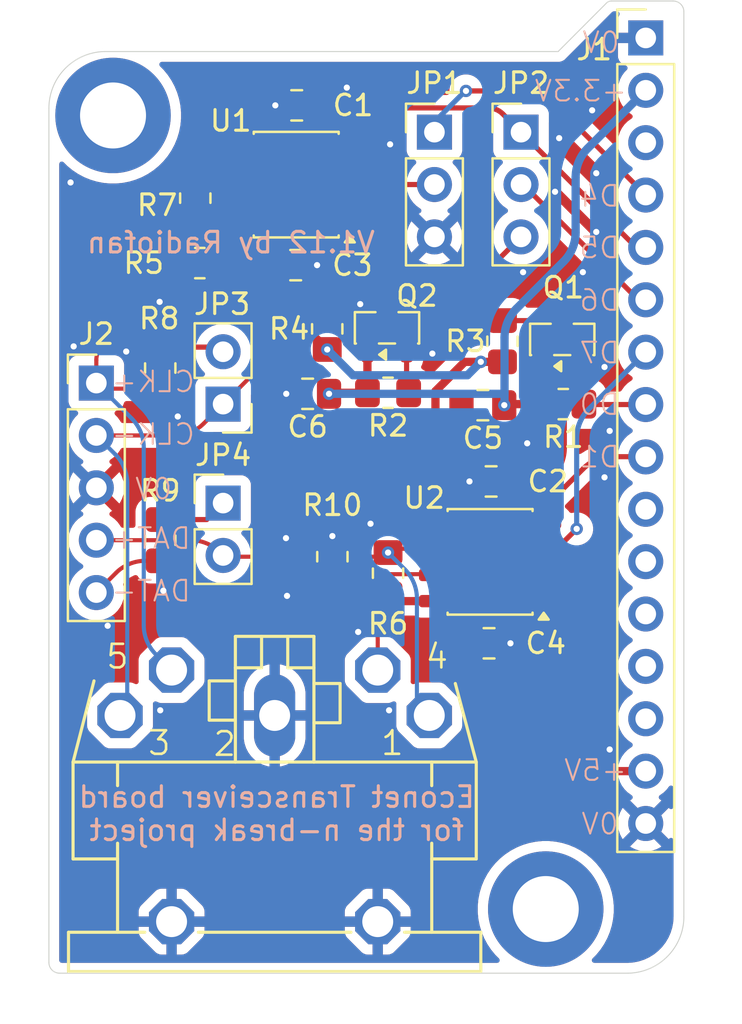
<source format=kicad_pcb>
(kicad_pcb (version 20241229) (generator "pcbnew") (generator_version "9.0")
  (layers (0 "F.Cu" signal) (2 "B.Cu" signal) (13 "F.Paste" user) (15 "B.Paste" user) (5 "F.SilkS" user "F.Silkscreen") (7 "B.SilkS" user "B.Silkscreen") (1 "F.Mask" user) (3 "B.Mask" user) (25 "Edge.Cuts" user))
  (net 0 "")
  (net 1 "GND")
  (net 2 "+5V")
  (net 3 "/IO0_Data_In")
  (net 6 "+3.3V")
  (net 7 "/IO4_Clock_OE")
  (net 8 "/IO7_Data_OE")
  (net 9 "/IO1_Data_Out")
  (net 10 "/IO6_Clock_In")
  (net 13 "/IO5_Clock_Out")
  (net 14 "Net-(JP1-C)")
  (net 15 "Net-(JP2-B)")
  (net 16 "Net-(JP3-B)")
  (net 17 "Net-(JP4-A)")
  (net 18 "Net-(Q1-D)")
  (net 19 "Net-(Q2-D)")
  (net 20 "/Data+")
  (net 21 "/Clk-")
  (net 22 "/Clk+")
  (net 23 "/Data-")
  (footprint "Capacitor_SMD:C_0805_2012Metric_Pad1.18x1.45mm_HandSolder" (layer "F.Cu") (at 94.9 60.2 180)
    (property "Reference" "C4" (at -2.75 0 0) (layer "F.SilkS"))
    (property "Value" "4.7uF")
    (pad "1" smd roundrect (at -1.0375 0 180) (size 1.175 1.45) (layers "F.Cu" "F.Mask" "F.Paste") (roundrect_rratio 0.212766) (net 1 "GND"))
    (pad "2" smd roundrect (at 1.0375 0 180) (size 1.175 1.45) (layers "F.Cu" "F.Mask" "F.Paste") (roundrect_rratio 0.212766) (net 2 "+5V"))
  )
  (footprint "Resistor_SMD:R_0805_2012Metric_Pad1.20x1.40mm_HandSolder" (layer "F.Cu") (at 95.55 45.55 90)
    (property "Reference" "R3" (at 0 -1.8 180) (layer "F.SilkS"))
    (property "Value" "10K")
    (pad "1" smd roundrect (at -1 0 90) (size 1.2 1.4) (layers "F.Cu" "F.Mask" "F.Paste") (roundrect_rratio 0.208333) (net 2 "+5V"))
    (pad "2" smd roundrect (at 1 0 90) (size 1.2 1.4) (layers "F.Cu" "F.Mask" "F.Paste") (roundrect_rratio 0.208333) (net 18 "Net-(Q1-D)"))
  )
  (footprint "Connector_PinHeader_2.54mm:PinHeader_1x05_P2.54mm_Vertical" (layer "F.Cu") (at 75.85 47.58)
    (property "Reference" "J2" (at 0 -2.38 0) (layer "F.SilkS"))
    (property "Value" "Conn_01x05")
    (pad "1" thru_hole rect (at 0 0) (size 1.7 1.7) (drill 1) (layers "*.Cu" "*.Mask") (net 22 "/Clk+"))
    (pad "2" thru_hole circle (at 0 2.54) (size 1.7 1.7) (drill 1) (layers "*.Cu" "*.Mask") (net 21 "/Clk-"))
    (pad "3" thru_hole circle (at 0 5.08) (size 1.7 1.7) (drill 1) (layers "*.Cu" "*.Mask") (net 1 "GND"))
    (pad "4" thru_hole circle (at 0 7.62) (size 1.7 1.7) (drill 1) (layers "*.Cu" "*.Mask") (net 20 "/Data+"))
    (pad "5" thru_hole circle (at 0 10.16) (size 1.7 1.7) (drill 1) (layers "*.Cu" "*.Mask") (net 23 "/Data-"))
  )
  (footprint "Resistor_SMD:R_0805_2012Metric_Pad1.20x1.40mm_HandSolder" (layer "F.Cu") (at 78.95 55.2 -90)
    (property "Reference" "R9" (at -2.4 0 180) (layer "F.SilkS"))
    (property "Value" "120R")
    (pad "1" smd roundrect (at -1 0 270) (size 1.2 1.4) (layers "F.Cu" "F.Mask" "F.Paste") (roundrect_rratio 0.208333) (net 17 "Net-(JP4-A)"))
    (pad "2" smd roundrect (at 1 0 270) (size 1.2 1.4) (layers "F.Cu" "F.Mask" "F.Paste") (roundrect_rratio 0.208333) (net 23 "/Data-"))
  )
  (footprint "Capacitor_SMD:C_0805_2012Metric_Pad1.18x1.45mm_HandSolder" (layer "F.Cu") (at 94.6 48.65)
    (property "Reference" "C5" (at 0 1.6 0) (layer "F.SilkS"))
    (property "Value" "0.47uF")
    (pad "1" smd roundrect (at -1.0375 0) (size 1.175 1.45) (layers "F.Cu" "F.Mask" "F.Paste") (roundrect_rratio 0.212766) (net 1 "GND"))
    (pad "2" smd roundrect (at 1.0375 0) (size 1.175 1.45) (layers "F.Cu" "F.Mask" "F.Paste") (roundrect_rratio 0.212766) (net 6 "+3.3V"))
  )
  (footprint "Capacitor_SMD:C_0805_2012Metric_Pad1.18x1.45mm_HandSolder" (layer "F.Cu") (at 85.52 41.86 180)
    (property "Reference" "C3" (at -2.75 0 0) (layer "F.SilkS"))
    (property "Value" "4.7uF")
    (pad "1" smd roundrect (at -1.0375 0 180) (size 1.175 1.45) (layers "F.Cu" "F.Mask" "F.Paste") (roundrect_rratio 0.212766) (net 1 "GND"))
    (pad "2" smd roundrect (at 1.0375 0 180) (size 1.175 1.45) (layers "F.Cu" "F.Mask" "F.Paste") (roundrect_rratio 0.212766) (net 2 "+5V"))
  )
  (footprint "MyFootprints:MidiConnector" (layer "F.Cu") (at 84.5 76.2)
    (property "Reference" "SV1" (hide yes))
    (property "Value" "MidiJack")
    (fp_text user "4" (at 7.239 -14.685 0) (layer "F.SilkS") (effects (font (size 1.143 1.143) (thickness 0.127)) (justify left bottom)))
    (fp_text user "2" (at -3.05 -10.45 0) (layer "F.SilkS") (effects (font (size 1.143 1.143) (thickness 0.127)) (justify left bottom)))
    (fp_text user "1" (at 5.08 -10.494 0) (layer "F.SilkS") (effects (font (size 1.143 1.143) (thickness 0.127)) (justify left bottom)))
    (fp_text user "5" (at -8.255 -14.685 0) (layer "F.SilkS") (effects (font (size 1.143 1.143) (thickness 0.127)) (justify left bottom)))
    (fp_text user "3" (at -6.223 -10.494 0) (layer "F.SilkS") (effects (font (size 1.143 1.143) (thickness 0.127)) (justify left bottom)))
    (pad "1" thru_hole roundrect (at 7.5 -12.5) (size 2.2 2.2) (drill 1.5) (layers "*.Cu" "*.Mask") (chamfer_ratio 0.2928932188) (chamfer top_left top_right bottom_left bottom_right) (net 20 "/Data+"))
    (pad "2" thru_hole oval (at 0 -12.5 90) (size 4 2) (drill 1.5) (layers "*.Cu" "*.Mask") (net 1 "GND"))
    (pad "3" thru_hole roundrect (at -7.5 -12.5) (size 2.2 2.2) (drill 1.5) (layers "*.Cu" "*.Mask") (chamfer_ratio 0.2928932188) (chamfer top_left top_right bottom_left bottom_right) (net 21 "/Clk-"))
    (pad "4" thru_hole roundrect (at 5 -14.7) (size 2.2 2.2) (drill 1.5) (layers "*.Cu" "*.Mask") (chamfer_ratio 0.2928932188) (chamfer top_left top_right bottom_left bottom_right) (net 23 "/Data-"))
    (pad "5" thru_hole roundrect (at -5 -14.7) (size 2.2 2.2) (drill 1.5) (layers "*.Cu" "*.Mask") (chamfer_ratio 0.2928932188) (chamfer top_left top_right bottom_left bottom_right) (net 22 "/Clk+"))
    (pad "PE1" thru_hole roundrect (at -5 -2.5) (size 2.2 2.2) (drill 1.5) (layers "*.Cu" "*.Mask") (chamfer_ratio 0.2928932188) (chamfer top_left top_right bottom_left bottom_right) (net 1 "GND"))
    (pad "PE2" thru_hole roundrect (at 5 -2.5) (size 2.2 2.2) (drill 1.5) (layers "*.Cu" "*.Mask") (chamfer_ratio 0.2928932188) (chamfer top_left top_right bottom_left bottom_right) (net 1 "GND"))
  )
  (footprint "Package_TO_SOT_SMD:SOT-23" (layer "F.Cu") (at 89.95 44.9 90)
    (property "Reference" "Q2" (at 1.55 1.45 180) (layer "F.SilkS"))
    (property "Value" "BSS138")
    (pad "1" smd roundrect (at -0.9375 -0.95 90) (size 1.475 0.6) (layers "F.Cu" "F.Mask" "F.Paste") (net 6 "+3.3V"))
    (pad "2" smd roundrect (at -0.9375 0.95 90) (size 1.475 0.6) (layers "F.Cu" "F.Mask" "F.Paste") (net 15 "Net-(JP2-B)"))
    (pad "3" smd roundrect (at 0.937501 0 90) (size 1.475 0.6) (layers "F.Cu" "F.Mask" "F.Paste") (net 19 "Net-(Q2-D)"))
  )
  (footprint "Connector_PinHeader_2.54mm:PinHeader_1x03_P2.54mm_Vertical" (layer "F.Cu") (at 96.45 35.41)
    (property "Reference" "JP2" (at 0 -2.38 0) (layer "F.SilkS"))
    (property "Value" "Jumper_3_Open")
    (pad "1" thru_hole rect (at 0 0) (size 1.7 1.7) (drill 1) (layers "*.Cu" "*.Mask") (net 13 "/IO5_Clock_Out"))
    (pad "2" thru_hole circle (at 0 2.54) (size 1.7 1.7) (drill 1) (layers "*.Cu" "*.Mask") (net 10 "/IO6_Clock_In"))
    (pad "3" thru_hole circle (at 0 5.08) (size 1.7 1.7) (drill 1) (layers "*.Cu" "*.Mask") (net 15 "Net-(JP2-B)"))
  )
  (footprint "MountingHole:MountingHole_3.2mm_M3_DIN965_Pad" (layer "F.Cu") (at 97.65 73.09)
    (property "Reference" "REF**" (hide yes))
    (property "Value" "MountingHole_3.2mm_M3_DIN965_Pad" (hide yes))
    (pad "1" thru_hole circle (at 0 0) (size 5.6 5.6) (drill 3.2) (layers "*.Cu" "*.Mask"))
  )
  (footprint "Capacitor_SMD:C_0805_2012Metric_Pad1.18x1.45mm_HandSolder" (layer "F.Cu") (at 95 52.35 180)
    (property "Reference" "C2" (at -2.75 0 0) (layer "F.SilkS"))
    (property "Value" "10uF")
    (pad "1" smd roundrect (at -1.0375 0 180) (size 1.175 1.45) (layers "F.Cu" "F.Mask" "F.Paste") (roundrect_rratio 0.212766) (net 2 "+5V"))
    (pad "2" smd roundrect (at 1.0375 0 180) (size 1.175 1.45) (layers "F.Cu" "F.Mask" "F.Paste") (roundrect_rratio 0.212766) (net 1 "GND"))
  )
  (footprint "Resistor_SMD:R_0805_2012Metric_Pad1.20x1.40mm_HandSolder" (layer "F.Cu") (at 78.95 46.85 90)
    (property "Reference" "R8" (at 2.4 -0.05 180) (layer "F.SilkS"))
    (property "Value" "120R")
    (pad "1" smd roundrect (at -1 0 90) (size 1.2 1.4) (layers "F.Cu" "F.Mask" "F.Paste") (roundrect_rratio 0.208333) (net 22 "/Clk+"))
    (pad "2" smd roundrect (at 1 0 90) (size 1.2 1.4) (layers "F.Cu" "F.Mask" "F.Paste") (roundrect_rratio 0.208333) (net 16 "Net-(JP3-B)"))
  )
  (footprint "Resistor_SMD:R_0805_2012Metric_Pad1.20x1.40mm_HandSolder" (layer "F.Cu") (at 90 56.8 90)
    (property "Reference" "R6" (at -2.45 0 0) (layer "F.SilkS"))
    (property "Value" "1K5")
    (pad "1" smd roundrect (at -1 0 90) (size 1.2 1.4) (layers "F.Cu" "F.Mask" "F.Paste") (roundrect_rratio 0.208333) (net 2 "+5V"))
    (pad "2" smd roundrect (at 1 0 90) (size 1.2 1.4) (layers "F.Cu" "F.Mask" "F.Paste") (roundrect_rratio 0.208333) (net 20 "/Data+"))
  )
  (footprint "Resistor_SMD:R_0805_2012Metric_Pad1.20x1.40mm_HandSolder" (layer "F.Cu") (at 90 48.05)
    (property "Reference" "R2" (at 0 1.6 0) (layer "F.SilkS"))
    (property "Value" "10K")
    (pad "1" smd roundrect (at -1 0) (size 1.2 1.4) (layers "F.Cu" "F.Mask" "F.Paste") (roundrect_rratio 0.208333) (net 6 "+3.3V"))
    (pad "2" smd roundrect (at 1 0) (size 1.2 1.4) (layers "F.Cu" "F.Mask" "F.Paste") (roundrect_rratio 0.208333) (net 15 "Net-(JP2-B)"))
  )
  (footprint "Package_SO:SOIC-8_3.9x4.9mm_P1.27mm" (layer "F.Cu") (at 85.545 37.955 180)
    (property "Reference" "U1" (at 3.175 3.095 0) (layer "F.SilkS"))
    (property "Value" "MAX485E")
    (pad "1" smd roundrect (at -2.475 -1.905 180) (size 1.95 0.6) (layers "F.Cu" "F.Mask" "F.Paste") (net 19 "Net-(Q2-D)"))
    (pad "2" smd roundrect (at -2.475 -0.635 180) (size 1.95 0.6) (layers "F.Cu" "F.Mask" "F.Paste") (net 14 "Net-(JP1-C)"))
    (pad "3" smd roundrect (at -2.475 0.635 180) (size 1.95 0.6) (layers "F.Cu" "F.Mask" "F.Paste") (net 14 "Net-(JP1-C)"))
    (pad "4" smd roundrect (at -2.475 1.905 180) (size 1.95 0.6) (layers "F.Cu" "F.Mask" "F.Paste") (net 13 "/IO5_Clock_Out"))
    (pad "5" smd roundrect (at 2.475 1.905 180) (size 1.95 0.6) (layers "F.Cu" "F.Mask" "F.Paste") (net 1 "GND"))
    (pad "6" smd roundrect (at 2.475 0.635 180) (size 1.95 0.6) (layers "F.Cu" "F.Mask" "F.Paste") (net 22 "/Clk+"))
    (pad "7" smd roundrect (at 2.475 -0.635 180) (size 1.95 0.6) (layers "F.Cu" "F.Mask" "F.Paste") (net 21 "/Clk-"))
    (pad "8" smd roundrect (at 2.475 -1.905 180) (size 1.95 0.6) (layers "F.Cu" "F.Mask" "F.Paste") (net 2 "+5V"))
  )
  (footprint "Capacitor_SMD:C_0805_2012Metric_Pad1.18x1.45mm_HandSolder" (layer "F.Cu") (at 85.57 34.11 180)
    (property "Reference" "C1" (at -2.73 0 0) (layer "F.SilkS"))
    (property "Value" "10uF")
    (pad "1" smd roundrect (at -1.0375 0 180) (size 1.175 1.45) (layers "F.Cu" "F.Mask" "F.Paste") (roundrect_rratio 0.212766) (net 2 "+5V"))
    (pad "2" smd roundrect (at 1.0375 0 180) (size 1.175 1.45) (layers "F.Cu" "F.Mask" "F.Paste") (roundrect_rratio 0.212766) (net 1 "GND"))
  )
  (footprint "Capacitor_SMD:C_0805_2012Metric_Pad1.18x1.45mm_HandSolder" (layer "F.Cu") (at 86.1 48.1)
    (property "Reference" "C6" (at 0 1.6 0) (layer "F.SilkS"))
    (property "Value" "0.47uF")
    (pad "1" smd roundrect (at -1.0375 0) (size 1.175 1.45) (layers "F.Cu" "F.Mask" "F.Paste") (roundrect_rratio 0.212766) (net 1 "GND"))
    (pad "2" smd roundrect (at 1.0375 0) (size 1.175 1.45) (layers "F.Cu" "F.Mask" "F.Paste") (roundrect_rratio 0.212766) (net 6 "+3.3V"))
  )
  (footprint "Connector_PinHeader_2.54mm:PinHeader_1x03_P2.54mm_Vertical" (layer "F.Cu") (at 92.25 35.41)
    (property "Reference" "JP1" (at 0 -2.38 0) (layer "F.SilkS"))
    (property "Value" "Jumper_3_Open")
    (pad "1" thru_hole rect (at 0 0) (size 1.7 1.7) (drill 1) (layers "*.Cu" "*.Mask") (net 7 "/IO4_Clock_OE"))
    (pad "2" thru_hole circle (at 0 2.54) (size 1.7 1.7) (drill 1) (layers "*.Cu" "*.Mask") (net 14 "Net-(JP1-C)"))
    (pad "3" thru_hole circle (at 0 5.08) (size 1.7 1.7) (drill 1) (layers "*.Cu" "*.Mask") (net 1 "GND"))
  )
  (footprint "Connector_PinHeader_2.54mm:PinHeader_1x16_P2.54mm_Vertical" (layer "F.Cu") (at 102.5 30.84)
    (property "Reference" "J1" (at -2.5 0.56 0) (layer "F.SilkS"))
    (property "Value" "Conn_01x16")
    (pad "1" thru_hole rect (at 0 0) (size 1.7 1.7) (drill 1) (layers "*.Cu" "*.Mask") (net 1 "GND"))
    (pad "2" thru_hole circle (at 0 2.54) (size 1.7 1.7) (drill 1) (layers "*.Cu" "*.Mask") (net 6 "+3.3V"))
    (pad "3" thru_hole circle (at 0 5.08) (size 1.7 1.7) (drill 1) (layers "*.Cu" "*.Mask"))
    (pad "4" thru_hole circle (at 0 7.62) (size 1.7 1.7) (drill 1) (layers "*.Cu" "*.Mask") (net 7 "/IO4_Clock_OE"))
    (pad "5" thru_hole circle (at 0 10.16) (size 1.7 1.7) (drill 1) (layers "*.Cu" "*.Mask") (net 13 "/IO5_Clock_Out"))
    (pad "6" thru_hole circle (at 0 12.7) (size 1.7 1.7) (drill 1) (layers "*.Cu" "*.Mask") (net 10 "/IO6_Clock_In"))
    (pad "7" thru_hole circle (at 0 15.24) (size 1.7 1.7) (drill 1) (layers "*.Cu" "*.Mask") (net 8 "/IO7_Data_OE"))
    (pad "8" thru_hole circle (at 0 17.78) (size 1.7 1.7) (drill 1) (layers "*.Cu" "*.Mask") (net 3 "/IO0_Data_In"))
    (pad "9" thru_hole circle (at 0 20.32) (size 1.7 1.7) (drill 1) (layers "*.Cu" "*.Mask") (net 9 "/IO1_Data_Out"))
    (pad "10" thru_hole circle (at 0 22.86) (size 1.7 1.7) (drill 1) (layers "*.Cu" "*.Mask"))
    (pad "11" thru_hole circle (at 0 25.4) (size 1.7 1.7) (drill 1) (layers "*.Cu" "*.Mask"))
    (pad "12" thru_hole circle (at 0 27.94) (size 1.7 1.7) (drill 1) (layers "*.Cu" "*.Mask"))
    (pad "13" thru_hole circle (at 0 30.48) (size 1.7 1.7) (drill 1) (layers "*.Cu" "*.Mask"))
    (pad "14" thru_hole circle (at 0 33.02) (size 1.7 1.7) (drill 1) (layers "*.Cu" "*.Mask"))
    (pad "15" thru_hole circle (at 0 35.56) (size 1.7 1.7) (drill 1) (layers "*.Cu" "*.Mask") (net 2 "+5V"))
    (pad "16" thru_hole circle (at 0 38.1) (size 1.7 1.7) (drill 1) (layers "*.Cu" "*.Mask") (net 1 "GND"))
  )
  (footprint "Connector_PinHeader_2.54mm:PinHeader_1x02_P2.54mm_Vertical" (layer "F.Cu") (at 82 48.6 180)
    (property "Reference" "JP3" (at 0.05 4.85 0) (layer "F.SilkS"))
    (property "Value" "Jumper_2_Open")
    (pad "1" thru_hole rect (at 0 0 180) (size 1.7 1.7) (drill 1) (layers "*.Cu" "*.Mask") (net 21 "/Clk-"))
    (pad "2" thru_hole circle (at 0 2.54 180) (size 1.7 1.7) (drill 1) (layers "*.Cu" "*.Mask") (net 16 "Net-(JP3-B)"))
  )
  (footprint "Package_SO:SOIC-8_3.9x4.9mm_P1.27mm" (layer "F.Cu") (at 94.95 56.25 180)
    (property "Reference" "U2" (at 3.2 3.1 0) (layer "F.SilkS"))
    (property "Value" "MAX485E")
    (pad "1" smd roundrect (at -2.475 -1.905 180) (size 1.95 0.6) (layers "F.Cu" "F.Mask" "F.Paste") (net 18 "Net-(Q1-D)"))
    (pad "2" smd roundrect (at -2.475 -0.635 180) (size 1.95 0.6) (layers "F.Cu" "F.Mask" "F.Paste") (net 8 "/IO7_Data_OE"))
    (pad "3" smd roundrect (at -2.475 0.635 180) (size 1.95 0.6) (layers "F.Cu" "F.Mask" "F.Paste") (net 8 "/IO7_Data_OE"))
    (pad "4" smd roundrect (at -2.475 1.905 180) (size 1.95 0.6) (layers "F.Cu" "F.Mask" "F.Paste") (net 9 "/IO1_Data_Out"))
    (pad "5" smd roundrect (at 2.475 1.905 180) (size 1.95 0.6) (layers "F.Cu" "F.Mask" "F.Paste") (net 1 "GND"))
    (pad "6" smd roundrect (at 2.475 0.635 180) (size 1.95 0.6) (layers "F.Cu" "F.Mask" "F.Paste") (net 20 "/Data+"))
    (pad "7" smd roundrect (at 2.475 -0.635 180) (size 1.95 0.6) (layers "F.Cu" "F.Mask" "F.Paste") (net 23 "/Data-"))
    (pad "8" smd roundrect (at 2.475 -1.905 180) (size 1.95 0.6) (layers "F.Cu" "F.Mask" "F.Paste") (net 2 "+5V"))
  )
  (footprint "Package_TO_SOT_SMD:SOT-23" (layer "F.Cu") (at 98.45 45.4625 90)
    (property "Reference" "Q1" (at 2.5125 0.05 180) (layer "F.SilkS"))
    (property "Value" "BSS138")
    (pad "1" smd roundrect (at -0.9375 -0.95 90) (size 1.475 0.6) (layers "F.Cu" "F.Mask" "F.Paste") (net 6 "+3.3V"))
    (pad "2" smd roundrect (at -0.9375 0.95 90) (size 1.475 0.6) (layers "F.Cu" "F.Mask" "F.Paste") (net 3 "/IO0_Data_In"))
    (pad "3" smd roundrect (at 0.937501 0 90) (size 1.475 0.6) (layers "F.Cu" "F.Mask" "F.Paste") (net 18 "Net-(Q1-D)"))
  )
  (footprint "Resistor_SMD:R_0805_2012Metric_Pad1.20x1.40mm_HandSolder" (layer "F.Cu") (at 87.3 56 90)
    (property "Reference" "R10" (at 2.5 0 0) (layer "F.SilkS"))
    (property "Value" "1K0")
    (pad "1" smd roundrect (at -1 0 90) (size 1.2 1.4) (layers "F.Cu" "F.Mask" "F.Paste") (roundrect_rratio 0.208333) (net 23 "/Data-"))
    (pad "2" smd roundrect (at 1 0 90) (size 1.2 1.4) (layers "F.Cu" "F.Mask" "F.Paste") (roundrect_rratio 0.208333) (net 1 "GND"))
  )
  (footprint "Resistor_SMD:R_0805_2012Metric_Pad1.20x1.40mm_HandSolder" (layer "F.Cu") (at 98.5 48.6)
    (property "Reference" "R1" (at 0 1.6 0) (layer "F.SilkS"))
    (property "Value" "10K")
    (pad "1" smd roundrect (at -1 0) (size 1.2 1.4) (layers "F.Cu" "F.Mask" "F.Paste") (roundrect_rratio 0.208333) (net 6 "+3.3V"))
    (pad "2" smd roundrect (at 1 0) (size 1.2 1.4) (layers "F.Cu" "F.Mask" "F.Paste") (roundrect_rratio 0.208333) (net 3 "/IO0_Data_In"))
  )
  (footprint "Resistor_SMD:R_0805_2012Metric_Pad1.20x1.40mm_HandSolder" (layer "F.Cu") (at 87.05 44.95 90)
    (property "Reference" "R4" (at 0 -1.85 180) (layer "F.SilkS"))
    (property "Value" "10K")
    (pad "1" smd roundrect (at -1 0 90) (size 1.2 1.4) (layers "F.Cu" "F.Mask" "F.Paste") (roundrect_rratio 0.208333) (net 2 "+5V"))
    (pad "2" smd roundrect (at 1 0 90) (size 1.2 1.4) (layers "F.Cu" "F.Mask" "F.Paste") (roundrect_rratio 0.208333) (net 19 "Net-(Q2-D)"))
  )
  (footprint "Connector_PinHeader_2.54mm:PinHeader_1x02_P2.54mm_Vertical" (layer "F.Cu") (at 82 53.4)
    (property "Reference" "JP4" (at 0 -2.325 0) (layer "F.SilkS"))
    (property "Value" "Jumper_2_Open")
    (pad "1" thru_hole rect (at 0 0) (size 1.7 1.7) (drill 1) (layers "*.Cu" "*.Mask") (net 17 "Net-(JP4-A)"))
    (pad "2" thru_hole circle (at 0 2.54) (size 1.7 1.7) (drill 1) (layers "*.Cu" "*.Mask") (net 20 "/Data+"))
  )
  (footprint "MountingHole:MountingHole_3.2mm_M3_DIN965_Pad" (layer "F.Cu") (at 76.66 34.6)
    (property "Reference" "REF**" (hide yes))
    (property "Value" "MountingHole_3.2mm_M3_DIN965_Pad" (hide yes))
    (pad "1" thru_hole circle (at 0 0) (size 5.6 5.6) (drill 3.2) (layers "*.Cu" "*.Mask"))
  )
  (footprint "Resistor_SMD:R_0805_2012Metric_Pad1.20x1.40mm_HandSolder" (layer "F.Cu") (at 80.87 41.76 180)
    (property "Reference" "R5" (at 2.72 0 180) (layer "F.SilkS"))
    (property "Value" "1K0")
    (pad "1" smd roundrect (at -1 0 180) (size 1.2 1.4) (layers "F.Cu" "F.Mask" "F.Paste") (roundrect_rratio 0.208333) (net 1 "GND"))
    (pad "2" smd roundrect (at 1 0 180) (size 1.2 1.4) (layers "F.Cu" "F.Mask" "F.Paste") (roundrect_rratio 0.208333) (net 21 "/Clk-"))
  )
  (footprint "Resistor_SMD:R_0805_2012Metric_Pad1.20x1.40mm_HandSolder" (layer "F.Cu") (at 80.65 38.61 90)
    (property "Reference" "R7" (at -0.34 -1.85 0) (layer "F.SilkS"))
    (property "Value" "1K5")
    (pad "1" smd roundrect (at -1 0 90) (size 1.2 1.4) (layers "F.Cu" "F.Mask" "F.Paste") (roundrect_rratio 0.208333) (net 2 "+5V"))
    (pad "2" smd roundrect (at 1 0 90) (size 1.2 1.4) (layers "F.Cu" "F.Mask" "F.Paste") (roundrect_rratio 0.208333) (net 22 "/Clk+"))
  )
  (gr_line (start 73.550001 75.682304) (end 73.55 34.25) (stroke (width 0.05)) (layer "Edge.Cuts"))
  (gr_arc (start 74.067696 76.2) (mid 73.701629 76.048371) (end 73.55 75.682304) (stroke (width 0.05)) (layer "Edge.Cuts"))
  (gr_line (start 103.83 29.05) (end 100.83 29.05) (stroke (width 0.05)) (layer "Edge.Cuts"))
  (gr_arc (start 100.596655 29.146655) (mid 100.703715 29.07512) (end 100.83 29.05) (stroke (width 0.05)) (layer "Edge.Cuts"))
  (gr_line (start 100.596655 29.146656) (end 98.25 31.5) (stroke (width 0.05)) (layer "Edge.Cuts"))
  (gr_arc (start 103.83 29.05) (mid 104.197696 29.202304) (end 104.35 29.57) (stroke (width 0.05)) (layer "Edge.Cuts"))
  (gr_line (start 76.250699 31.5) (end 98.25 31.5) (stroke (width 0.05)) (layer "Edge.Cuts"))
  (gr_arc (start 104.350455 73.45) (mid 103.562463 75.377107) (end 101.65 76.2) (stroke (width 0.05)) (layer "Edge.Cuts"))
  (gr_line (start 101.65 76.2) (end 74.07 76.2) (stroke (width 0.05)) (layer "Edge.Cuts"))
  (gr_line (start 104.35 31.5) (end 104.35 73.45) (stroke (width 0.05)) (layer "Edge.Cuts"))
  (gr_arc (start 73.55 34.25) (mid 74.337992 32.322893) (end 76.250455 31.5) (stroke (width 0.05)) (layer "Edge.Cuts"))
  (gr_line (start 104.35 31.5) (end 104.35 29.57) (stroke (width 0.05)) (layer "Edge.Cuts"))
  (gr_text "+5V" (at 101.65 66.95 0) (layer "B.SilkS") (effects (font (size 1 1) (thickness 0.1)) (justify left bottom mirror)))
  (gr_text "DAT+" (at 80.5 55.7 0) (layer "B.SilkS") (effects (font (size 1 1) (thickness 0.1)) (justify left bottom mirror)))
  (gr_text "D6" (at 101.3 44.15 0) (layer "B.SilkS") (effects (font (size 1 1) (thickness 0.1)) (justify left bottom mirror)))
  (gr_text "D5" (at 101.3 41.6 0) (layer "B.SilkS") (effects (font (size 1 1) (thickness 0.1)) (justify left bottom mirror)))
  (gr_text "D1" (at 101.3 51.75 0) (layer "B.SilkS") (effects (font (size 1 1) (thickness 0.1)) (justify left bottom mirror)))
  (gr_text "0V" (at 101.25 69.55 0) (layer "B.SilkS") (effects (font (size 1 1) (thickness 0.1)) (justify left bottom mirror)))
  (gr_text "CLK+" (at 80.7 48.1 0) (layer "B.SilkS") (effects (font (size 1 1) (thickness 0.1)) (justify left bottom mirror)))
  (gr_text "0V" (at 101.3 31.65 0) (layer "B.SilkS") (effects (font (size 1 1) (thickness 0.1)) (justify left bottom mirror)))
  (gr_text "D7" (at 101.3 46.7 0) (layer "B.SilkS") (effects (font (size 1 1) (thickness 0.1)) (justify left bottom mirror)))
  (gr_text "CLK-" (at 80.7 50.65 0) (layer "B.SilkS") (effects (font (size 1 1) (thickness 0.1)) (justify left bottom mirror)))
  (gr_text "DAT-" (at 80.5 58.25 0) (layer "B.SilkS") (effects (font (size 1 1) (thickness 0.1)) (justify left bottom mirror)))
  (gr_text "0V" (at 79.6 53.3 0) (layer "B.SilkS") (effects (font (size 1 1) (thickness 0.1)) (justify left bottom mirror)))
  (gr_text "Econet Transceiver board\nfor the n-break project" (at 84.6 69.85 0) (layer "B.SilkS") (effects (font (size 1 1)) (justify bottom mirror)))
  (gr_text "D0" (at 101.3 49.2 0) (layer "B.SilkS") (effects (font (size 1 1) (thickness 0.1)) (justify left bottom mirror)))
  (gr_text "V1.12 by Radiofan" (at 89.45 41.35 0) (layer "B.SilkS") (effects (font (size 1 1)) (justify left bottom mirror)))
  (gr_text "D4" (at 101.3 39.1 0) (layer "B.SilkS") (effects (font (size 1 1) (thickness 0.1)) (justify left bottom mirror)))
  (gr_text "+3.3V" (at 101.65 34 0) (layer "B.SilkS") (effects (font (size 1 1) (thickness 0.1)) (justify left bottom mirror)))
  (segment (start 84.5 73.7) (end 89.5 73.7) (width 0.4) (layer "F.Cu") (net 1))
  (segment (start 89.205 54.345) (end 89.15 54.4) (width 0.4) (layer "F.Cu") (net 1))
  (segment (start 92.475 52.725) (end 92.475 54.345) (width 0.4) (layer "F.Cu") (net 1))
  (segment (start 92.85 52.35) (end 92.475 52.725) (width 0.4) (layer "F.Cu") (net 1))
  (segment (start 87.3 53.85) (end 83.825 50.375) (width 0.4) (layer "F.Cu") (net 1))
  (segment (start 81.87 41.76) (end 81.85 41.78) (width 0.4) (layer "F.Cu") (net 1))
  (segment (start 84.5 63.7) (end 84.5 68.95) (width 0.4) (layer "F.Cu") (net 1))
  (segment (start 77.36 51.15) (end 83.05 51.15) (width 0.4) (layer "F.Cu") (net 1))
  (segment (start 83.05 51.15) (end 83.25 50.95) (width 0.4) (layer "F.Cu") (net 1))
  (segment (start 93.9625 52.35) (end 93.95 52.35) (width 0.4) (layer "F.Cu") (net 1))
  (segment (start 102.5 68.94) (end 101.51 67.95) (width 0.4) (layer "F.Cu") (net 1))
  (segment (start 81.85 41.78) (end 81.85 42.55) (width 0.4) (layer "F.Cu") (net 1))
  (segment (start 75.85 52.66) (end 77.36 51.15) (width 0.4) (layer "F.Cu") (net 1))
  (segment (start 84.5 68.95) (end 84.5 73.7) (width 0.4) (layer "F.Cu") (net 1))
  (segment (start 93.5625 48.65) (end 95.4125 50.5) (width 0.4) (layer "F.Cu") (net 1))
  (segment (start 85.0625 49.1375) (end 85.0625 48.1) (width 0.4) (layer "F.Cu") (net 1))
  (segment (start 95.4125 50.5) (end 96.75 50.5) (width 0.4) (layer "F.Cu") (net 1))
  (segment (start 101.51 67.95) (end 84.5 67.95) (width 0.4) (layer "F.Cu") (net 1))
  (segment (start 92.475 54.345) (end 89.205 54.345) (width 0.4) (layer "F.Cu") (net 1))
  (segment (start 83.25 50.95) (end 85.0625 49.1375) (width 0.4) (layer "F.Cu") (net 1))
  (segment (start 79.5 73.7) (end 84.5 73.7) (width 0.4) (layer "F.Cu") (net 1))
  (segment (start 81.85 42.55) (end 85.0625 45.7625) (width 0.4) (layer "F.Cu") (net 1))
  (segment (start 89.15 54.4) (end 88.55 55) (width 0.4) (layer "F.Cu") (net 1))
  (segment (start 88.55 55) (end 87.3 55) (width 0.4) (layer "F.Cu") (net 1))
  (segment (start 83.44 34.11) (end 83.07 34.48) (width 0.4) (layer "F.Cu") (net 1))
  (segment (start 85.0625 45.7625) (end 85.0625 48.1) (width 0.4) (layer "F.Cu") (net 1))
  (segment (start 87.3 55) (end 87.3 53.85) (width 0.4) (layer "F.Cu") (net 1))
  (segment (start 93.95 52.35) (end 92.85 52.35) (width 0.4) (layer "F.Cu") (net 1))
  (segment (start 84.5325 34.11) (end 83.44 34.11) (width 0.4) (layer "F.Cu") (net 1))
  (segment (start 83.07 34.48) (end 83.07 36.05) (width 0.4) (layer "F.Cu") (net 1))
  (via (at 90.1 36) (size 0.6) (drill 0.3) (layers "F.Cu" "B.Cu") (net 1))
  (via (at 88 33.25) (size 0.6) (drill 0.3) (layers "F.Cu" "B.Cu") (net 1))
  (via (at 100.75 49.9) (size 0.6) (drill 0.3) (layers "F.Cu" "B.Cu") (net 1))
  (via (at 87.3 55) (size 0.6) (drill 0.3) (layers "F.Cu" "B.Cu") (net 1))
  (via (at 85.05 55.1) (size 0.6) (drill 0.3) (layers "F.Cu" "B.Cu") (net 1))
  (via (at 78.95 63.45) (size 0.6) (drill 0.3) (layers "F.Cu" "B.Cu") (net 1))
  (via (at 77.3 46.05) (size 0.6) (drill 0.3) (layers "F.Cu" "B.Cu") (net 1))
  (via (at 98.1 38.3) (size 0.6) (drill 0.3) (layers "F.Cu" "B.Cu") (net 1))
  (via (at 100.5 52.15) (size 0.6) (drill 0.3) (layers "F.Cu" "B.Cu") (net 1))
  (via (at 85.1 57.9) (size 0.6) (drill 0.3) (layers "F.Cu" "B.Cu") (net 1))
  (via (at 76.4 59.35) (size 0.6) (drill 0.3) (layers "F.Cu" "B.Cu") (net 1))
  (via (at 92.15 46.15) (size 0.6) (drill 0.3) (layers "F.Cu" "B.Cu") (net 1))
  (via (at 79.8 49.2) (size 0.6) (drill 0.3) (layers "F.Cu" "B.Cu") (net 1))
  (via (at 99.9 34.35) (size 0.6) (drill 0.3) (layers "F.Cu" "B.Cu") (net 1))
  (via (at 95.9375 60.2) (size 0.6) (drill 0.3) (layers "F.Cu" "B.Cu") (net 1))
  (via (at 78.92 43.64) (size 0.6) (drill 0.3) (layers "F.Cu" "B.Cu") (net 1))
  (via (at 90.05 63.45) (size 0.6) (drill 0.3) (layers "F.Cu" "B.Cu") (net 1))
  (via (at 88.65 43.75) (size 0.6) (drill 0.3) (layers "F.Cu" "B.Cu") (net 1))
  (via (at 98.3 35.7) (size 0.6) (drill 0.3) (layers "F.Cu" "B.Cu") (net 1))
  (via (at 93.95 52.35) (size 0.6) (drill 0.3) (layers "F.Cu" "B.Cu") (net 1))
  (via (at 85.0625 48.1) (size 0.6) (drill 0.3) (layers "F.Cu" "B.Cu") (net 1))
  (via (at 100.1 37.4) (size 0.6) (drill 0.3) (layers "F.Cu" "B.Cu") (net 1))
  (via (at 89.15 54.4) (size 0.6) (drill 0.3) (layers "F.Cu" "B.Cu") (net 1))
  (via (at 96.55 42.2) (size 0.6) (drill 0.3) (layers "F.Cu" "B.Cu") (net 1))
  (via (at 74.75 45.8) (size 0.6) (drill 0.3) (layers "F.Cu" "B.Cu") (net 1))
  (via (at 84.5325 34.110002) (size 0.6) (drill 0.3) (layers "F.Cu" "B.Cu") (net 1))
  (via (at 96.75 50.5) (size 0.6) (drill 0.3) (layers "F.Cu" "B.Cu") (net 1))
  (via (at 100.5 46.8) (size 0.6) (drill 0.3) (layers "F.Cu" "B.Cu") (net 1))
  (via (at 99.45 42.2) (size 0.6) (drill 0.3) (layers "F.Cu" "B.Cu") (net 1))
  (via (at 79.1 57.65) (size 0.6) (drill 0.3) (layers "F.Cu" "B.Cu") (net 1))
  (via (at 100.1 40.25) (size 0.6) (drill 0.3) (layers "F.Cu" "B.Cu") (net 1))
  (via (at 88.55 59.65) (size 0.6) (drill 0.3) (layers "F.Cu" "B.Cu") (net 1))
  (via (at 100.75 65.35) (size 0.6) (drill 0.3) (layers "F.Cu" "B.Cu") (net 1))
  (via (at 86.5575 41.860002) (size 0.6) (drill 0.3) (layers "F.Cu" "B.Cu") (net 1))
  (via (at 74.6 37.85) (size 0.6) (drill 0.3) (layers "F.Cu" "B.Cu") (net 1))
  (segment (start 87.3 55) (end 87.3 54.4) (width 0.4) (layer "B.Cu") (net 1))
  (segment (start 85.0625 43.3575) (end 86.5575 41.8625) (width 0.4) (layer "B.Cu") (net 1))
  (segment (start 94.33 38.41) (end 94.33 34.53) (width 0.4) (layer "B.Cu") (net 1))
  (segment (start 96.75 50.5) (end 95.9375 51.3125) (width 0.4) (layer "B.Cu") (net 1))
  (segment (start 95.9375 60.2) (end 95.9 60.2) (width 0.4) (layer "B.Cu") (net 1))
  (segment (start 87.3 54.4) (end 87.3 50.3375) (width 0.4) (layer "B.Cu") (net 1))
  (segment (start 95.9 60.2) (end 90.1 54.4) (width 0.4) (layer "B.Cu") (net 1))
  (segment (start 84.5325 39.8325) (end 86.5575 41.8575) (width 0.4) (layer "B.Cu") (net 1))
  (segment (start 95.9375 51.3125) (end 95.9375 60.2) (width 0.4) (layer "B.Cu") (net 1))
  (segment (start 84.5325 34.11) (end 84.5325 39.8325) (width 0.4) (layer "B.Cu") (net 1))
  (segment (start 101.55 68) (end 101.56 68) (width 0.4) (layer "B.Cu") (net 1))
  (segment (start 95.9375 60.2) (end 95.9375 62.3875) (width 0.4) (layer "B.Cu") (net 1))
  (segment (start 92.25 40.49) (end 94.33 38.41) (width 0.4) (layer "B.Cu") (net 1))
  (segment (start 94.33 34.53) (end 96.32 32.54) (width 0.4) (layer "B.Cu") (net 1))
  (segment (start 87.3 50.3375) (end 85.0625 48.1) (width 0.4) (layer "B.Cu") (net 1))
  (segment (start 86.5575 41.8575) (end 86.5575 41.86) (width 0.4) (layer "B.Cu") (net 1))
  (segment (start 86.5575 41.8625) (end 86.5575 41.86) (width 0.4) (layer "B.Cu") (net 1))
  (segment (start 95.9375 62.3875) (end 101.55 68) (width 0.4) (layer "B.Cu") (net 1))
  (segment (start 90.1 54.4) (end 89.15 54.4) (width 0.4) (layer "B.Cu") (net 1))
  (segment (start 98.75 32.54) (end 100.45 30.84) (width 0.4) (layer "B.Cu") (net 1))
  (segment (start 96.32 32.54) (end 98.75 32.54) (width 0.4) (layer "B.Cu") (net 1))
  (segment (start 100.45 30.84) (end 102.5 30.84) (width 0.4) (layer "B.Cu") (net 1))
  (segment (start 89.15 54.4) (end 87.3 54.4) (width 0.4) (layer "B.Cu") (net 1))
  (segment (start 86.5575 41.86) (end 90.88 41.86) (width 0.4) (layer "B.Cu") (net 1))
  (segment (start 85.0625 48.1) (end 85.0625 43.3575) (width 0.4) (layer "B.Cu") (net 1))
  (segment (start 101.56 68) (end 102.5 68.94) (width 0.4) (layer "B.Cu") (net 1))
  (segment (start 90.88 41.86) (end 92.25 40.49) (width 0.4) (layer "B.Cu") (net 1))
  (segment (start 92.3 47.97) (end 93.72 46.55) (width 0.4) (layer "F.Cu") (net 2))
  (segment (start 93.8625 60.2) (end 93.8625 59.5425) (width 0.4) (layer "F.Cu") (net 2))
  (segment (start 85.57 35.1475) (end 85.57 38.334999) (width 0.4) (layer "F.Cu") (net 2))
  (segment (start 96.0375 52.35) (end 95.15 53.2375) (width 0.4) (layer "F.Cu") (net 2))
  (segment (start 93.39 49.89) (end 92.74 49.89) (width 0.4) (layer "F.Cu") (net 2))
  (segment (start 93.449999 58.155) (end 92.475 58.155) (width 0.4) (layer "F.Cu") (net 2))
  (segment (start 90.355 58.155) (end 92.475 58.155) (width 0.4) (layer "F.Cu") (net 2))
  (segment (start 93.72 46.55) (end 94.5 46.55) (width 0.4) (layer "F.Cu") (net 2))
  (segment (start 84.4825 41.86) (end 84.4625 41.88) (width 0.4) (layer "F.Cu") (net 2))
  (segment (start 85.57 38.334999) (end 84.044999 39.86) (width 0.4) (layer "F.Cu") (net 2))
  (segment (start 84.4825 41.86) (end 84.4825 41.7225) (width 0.4) (layer "F.Cu") (net 2))
  (segment (start 84.4825 41.7225) (end 83.07 40.31) (width 0.4) (layer "F.Cu") (net 2))
  (segment (start 95.85 52.35) (end 93.39 49.89) (width 0.4) (layer "F.Cu") (net 2))
  (segment (start 94.5 46.55) (end 95.55 46.55) (width 0.4) (layer "F.Cu") (net 2))
  (segment (start 83.07 40.31) (end 83.07 39.86) (width 0.4) (layer "F.Cu") (net 2))
  (segment (start 80.65 39.61) (end 80.7 39.61) (width 0.4) (layer "F.Cu") (net 2))
  (segment (start 84.4625 43.3625) (end 87.05 45.95) (width 0.4) (layer "F.Cu") (net 2))
  (segment (start 90 57.8) (end 90.355 58.155) (width 0.4) (layer "F.Cu") (net 2))
  (segment (start 92.74 49.89) (end 92.3 49.45) (width 0.4) (layer "F.Cu") (net 2))
  (segment (start 93.8625 59.5425) (end 92.475 58.155) (width 0.4) (layer "F.Cu") (net 2))
  (segment (start 102.5 66.4) (end 99.928427 66.4) (width 0.4) (layer "F.Cu") (net 2))
  (segment (start 96.0375 52.35) (end 95.85 52.35) (width 0.4) (layer "F.Cu") (net 2))
  (segment (start 84.044999 39.86) (end 83.07 39.86) (width 0.4) (layer "F.Cu") (net 2))
  (segment (start 92.3 49.45) (end 92.3 47.97) (width 0.4) (layer "F.Cu") (net 2))
  (segment (start 80.95 39.86) (end 83.07 39.86) (width 0.4) (layer "F.Cu") (net 2))
  (segment (start 84.4625 41.88) (end 84.4625 43.3625) (width 0.4) (layer "F.Cu") (net 2))
  (segment (start 95.15 56.454999) (end 93.449999 58.155) (width 0.4) (layer "F.Cu") (net 2))
  (segment (start 86.6075 34.11) (end 85.57 35.1475) (width 0.4) (layer "F.Cu") (net 2))
  (segment (start 80.7 39.61) (end 80.95 39.86) (width 0.4) (layer "F.Cu") (net 2))
  (segment (start 98.514213 65.814213) (end 93.8625 61.1625) (width 0.4) (layer "F.Cu") (net 2))
  (segment (start 95.15 53.2375) (end 95.15 56.454999) (width 0.4) (layer "F.Cu") (net 2))
  (segment (start 93.8625 61.1625) (end 93.8625 60.2) (width 0.4) (layer "F.Cu") (net 2))
  (via (at 94.5 46.55) (size 0.6) (drill 0.3) (layers "F.Cu" "B.Cu") (net 2))
  (via (at 87.05 45.95) (size 0.6) (drill 0.3) (layers "F.Cu" "B.Cu") (net 2))
  (arc (start 99.928427 66.4) (mid 99.16306 66.247759) (end 98.514213 65.814213) (width 0.4) (layer "F.Cu") (net 2))
  (segment (start 87.05 45.95) (end 88.3 47.2) (width 0.4) (layer "B.Cu") (net 2))
  (segment (start 88.3 47.2) (end 93.85 47.2) (width 0.4) (layer "B.Cu") (net 2))
  (segment (start 93.85 47.2) (end 94.5 46.55) (width 0.4) (layer "B.Cu") (net 2))
  (segment (start 99.52 48.62) (end 99.5 48.6) (width 0.25) (layer "F.Cu") (net 3))
  (segment (start 102.5 48.62) (end 99.52 48.62) (width 0.25) (layer "F.Cu") (net 3))
  (segment (start 99.4 46.4) (end 99.4 48.5) (width 0.25) (layer "F.Cu") (net 3))
  (segment (start 99.4 48.5) (end 99.5 48.6) (width 0.25) (layer "F.Cu") (net 3))
  (segment (start 97.5 46.4) (end 97.5 48.6) (width 0.4) (layer "F.Cu") (net 6))
  (segment (start 97.5 48.6) (end 95.6875 48.6) (width 0.4) (layer "F.Cu") (net 6))
  (segment (start 89 45.8375) (end 89 48.05) (width 0.4) (layer "F.Cu") (net 6))
  (segment (start 89 48.05) (end 87.1875 48.05) (width 0.4) (layer "F.Cu") (net 6))
  (segment (start 87.1875 48.05) (end 87.1375 48.1) (width 0.4) (layer "F.Cu") (net 6))
  (segment (start 95.6875 48.6) (end 95.6375 48.65) (width 0.4) (layer "F.Cu") (net 6))
  (via (at 87.1375 48.1) (size 0.6) (drill 0.3) (layers "F.Cu" "B.Cu") (net 6))
  (via (at 95.6375 48.65) (size 0.6) (drill 0.3) (layers "F.Cu" "B.Cu") (net 6))
  (segment (start 98.514213 41.685787) (end 96.235786 43.964214) (width 0.4) (layer "B.Cu") (net 6))
  (segment (start 99.1 37.608427) (end 99.1 40.271573) (width 0.4) (layer "B.Cu") (net 6))
  (segment (start 95.65 45.378427) (end 95.65 48.1) (width 0.4) (layer "B.Cu") (net 6))
  (segment (start 102.5 33.38) (end 99.685786 36.194214) (width 0.4) (layer "B.Cu") (net 6))
  (segment (start 95.65 48.1) (end 95.65 48.6375) (width 0.4) (layer "B.Cu") (net 6))
  (segment (start 95.65 48.6375) (end 95.6375 48.65) (width 0.4) (layer "B.Cu") (net 6))
  (segment (start 87.1375 48.1) (end 95.65 48.1) (width 0.4) (layer "B.Cu") (net 6))
  (arc (start 98.514213 41.685787) (mid 98.947759 41.03694) (end 99.1 40.271573) (width 0.4) (layer "B.Cu") (net 6))
  (arc (start 99.1 37.608427) (mid 99.252241 36.84306) (end 99.685786 36.194214) (width 0.4) (layer "B.Cu") (net 6))
  (arc (start 96.235786 43.964214) (mid 95.802241 44.61306) (end 95.65 45.378427) (width 0.4) (layer "B.Cu") (net 6))
  (segment (start 96.621573 33.41) (end 93.78 33.41) (width 0.25) (layer "F.Cu") (net 7))
  (segment (start 102.5 38.46) (end 98.035786 33.995786) (width 0.25) (layer "F.Cu") (net 7))
  (via (at 93.78 33.41) (size 0.6) (drill 0.3) (layers "F.Cu" "B.Cu") (net 7))
  (arc (start 98.035786 33.995786) (mid 97.38694 33.562241) (end 96.621573 33.41) (width 0.25) (layer "F.Cu") (net 7))
  (segment (start 92.25 35.41) (end 92.25 34.91) (width 0.25) (layer "B.Cu") (net 7))
  (segment (start 92.25 34.91) (end 93.75 33.41) (width 0.25) (layer "B.Cu") (net 7))
  (segment (start 93.75 33.41) (end 93.78 33.41) (width 0.25) (layer "B.Cu") (net 7))
  (segment (start 97.425 55.615) (end 97.425 56.885) (width 0.25) (layer "F.Cu") (net 8))
  (segment (start 97.425 55.615) (end 98.185 55.615) (width 0.25) (layer "F.Cu") (net 8))
  (segment (start 98.185 55.615) (end 99.15 54.65) (width 0.25) (layer "F.Cu") (net 8))
  (via (at 99.15 54.65) (size 0.6) (drill 0.3) (layers "F.Cu" "B.Cu") (net 8))
  (segment (start 102.5 46.08) (end 99.735786 48.844214) (width 0.25) (layer "B.Cu") (net 8))
  (segment (start 99.15 50.258427) (end 99.15 54.65) (width 0.25) (layer "B.Cu") (net 8))
  (arc (start 99.735786 48.844214) (mid 99.302241 49.49306) (end 99.15 50.258427) (width 0.25) (layer "B.Cu") (net 8))
  (segment (start 102.49 51.15) (end 100.878427 51.15) (width 0.25) (layer "F.Cu") (net 9))
  (segment (start 99.464213 51.735787) (end 97.717893 53.482107) (width 0.25) (layer "F.Cu") (net 9))
  (segment (start 97.425 54.189214) (end 97.425 54.345) (width 0.25) (layer "F.Cu") (net 9))
  (segment (start 102.5 51.16) (end 102.49 51.15) (width 0.25) (layer "F.Cu") (net 9))
  (arc (start 100.878427 51.15) (mid 100.11306 51.302241) (end 99.464213 51.735787) (width 0.25) (layer "F.Cu") (net 9))
  (arc (start 97.717893 53.482107) (mid 97.50112 53.80653) (end 97.425 54.189214) (width 0.25) (layer "F.Cu") (net 9))
  (segment (start 96.55 37.95) (end 96.45 37.95) (width 0.25) (layer "F.Cu") (net 10))
  (segment (start 102.5 43.54) (end 102.14 43.54) (width 0.25) (layer "F.Cu") (net 10))
  (segment (start 102.14 43.54) (end 96.55 37.95) (width 0.25) (layer "F.Cu") (net 10))
  (segment (start 88.02 36.05) (end 88.02 35.88) (width 0.25) (layer "F.Cu") (net 13))
  (segment (start 95.566893 34.526893) (end 96.45 35.41) (width 0.25) (layer "F.Cu") (net 13))
  (segment (start 102.5 41) (end 102.04 41) (width 0.25) (layer "F.Cu") (net 13))
  (segment (start 102.04 41) (end 96.45 35.41) (width 0.25) (layer "F.Cu") (net 13))
  (segment (start 88.02 35.88) (end 89.080214 34.819786) (width 0.25) (layer "F.Cu") (net 13))
  (segment (start 90.494427 34.234) (end 94.859786 34.234) (width 0.25) (layer "F.Cu") (net 13))
  (arc (start 95.566893 34.526893) (mid 95.24247 34.31012) (end 94.859786 34.234) (width 0.25) (layer "F.Cu") (net 13))
  (arc (start 89.080214 34.819786) (mid 89.72906 34.386241) (end 90.494427 34.234) (width 0.25) (layer "F.Cu") (net 13))
  (segment (start 88.02 37.32) (end 88.02 38.59) (width 0.25) (layer "F.Cu") (net 14))
  (segment (start 88.02 37.32) (end 89.215786 37.32) (width 0.25) (layer "F.Cu") (net 14))
  (segment (start 90.674214 37.95) (end 92.25 37.95) (width 0.25) (layer "F.Cu") (net 14))
  (segment (start 89.922893 37.612893) (end 89.967107 37.657107) (width 0.25) (layer "F.Cu") (net 14))
  (arc (start 89.967107 37.657107) (mid 90.29153 37.87388) (end 90.674214 37.95) (width 0.25) (layer "F.Cu") (net 14))
  (arc (start 89.215786 37.32) (mid 89.598469 37.39612) (end 89.922893 37.612893) (width 0.25) (layer "F.Cu") (net 14))
  (segment (start 90.9 45.8375) (end 90.9 47.95) (width 0.25) (layer "F.Cu") (net 15))
  (segment (start 91.1025 45.8375) (end 90.9 45.8375) (width 0.25) (layer "F.Cu") (net 15))
  (segment (start 90.9 47.95) (end 91 48.05) (width 0.25) (layer "F.Cu") (net 15))
  (segment (start 96.45 40.49) (end 91.1025 45.8375) (width 0.25) (layer "F.Cu") (net 15))
  (segment (start 81.775 45.835) (end 78.965 45.835) (width 0.25) (layer "F.Cu") (net 16))
  (segment (start 82 46.06) (end 81.775 45.835) (width 0.25) (layer "F.Cu") (net 16))
  (segment (start 78.965 45.835) (end 78.95 45.85) (width 0.25) (layer "F.Cu") (net 16))
  (segment (start 81.2 54.2) (end 78.95 54.2) (width 0.25) (layer "F.Cu") (net 17))
  (segment (start 82 53.4) (end 81.2 54.2) (width 0.25) (layer "F.Cu") (net 17))
  (segment (start 98.45 47.45) (end 98.45 44.524999) (width 0.25) (layer "F.Cu") (net 18))
  (segment (start 98.424999 44.55) (end 98.45 44.524999) (width 0.25) (layer "F.Cu") (net 18))
  (segment (start 96.450001 58.155) (end 96.292893 57.997892) (width 0.25) (layer "F.Cu") (net 18))
  (segment (start 98.55 50.713799) (end 98.55 47.55) (width 0.25) (layer "F.Cu") (net 18))
  (segment (start 96 57.290785) (end 96 54.50644) (width 0.25) (layer "F.Cu") (net 18))
  (segment (start 98.55 47.55) (end 98.45 47.45) (width 0.25) (layer "F.Cu") (net 18))
  (segment (start 95.55 44.55) (end 98.424999 44.55) (width 0.25) (layer "F.Cu") (net 18))
  (segment (start 97.425 58.155) (end 96.450001 58.155) (width 0.25) (layer "F.Cu") (net 18))
  (segment (start 96.292893 53.799333) (end 97.964214 52.128012) (width 0.25) (layer "F.Cu") (net 18))
  (arc (start 96.292893 57.997892) (mid 96.07612 57.673469) (end 96 57.290785) (width 0.25) (layer "F.Cu") (net 18))
  (arc (start 96 54.50644) (mid 96.07612 54.123757) (end 96.292893 53.799333) (width 0.25) (layer "F.Cu") (net 18))
  (arc (start 97.964214 52.128012) (mid 98.397759 51.479166) (end 98.55 50.713799) (width 0.25) (layer "F.Cu") (net 18))
  (segment (start 89.95 43.55) (end 88 41.6) (width 0.25) (layer "F.Cu") (net 19))
  (segment (start 87.05 43.2) (end 87.05 43.95) (width 0.25) (layer "F.Cu") (net 19))
  (segment (start 89.95 43.962499) (end 89.95 43.55) (width 0.25) (layer "F.Cu") (net 19))
  (segment (start 88 39.88) (end 88 42.25) (width 0.25) (layer "F.Cu") (net 19))
  (segment (start 88.02 39.86) (end 88 39.88) (width 0.25) (layer "F.Cu") (net 19))
  (segment (start 88 42.25) (end 87.05 43.2) (width 0.25) (layer "F.Cu") (net 19))
  (segment (start 82.405 55.94) (end 82 55.94) (width 0.2) (layer "F.Cu") (net 20))
  (segment (start 82.465 56) (end 82.405 55.94) (width 0.2) (layer "F.Cu") (net 20))
  (segment (start 80.431573 55.2) (end 75.85 55.2) (width 0.2) (layer "F.Cu") (net 20))
  (segment (start 90.185 55.615) (end 90 55.8) (width 0.2) (layer "F.Cu") (net 20))
  (segment (start 82 55.94) (end 81.845786 55.785786) (width 0.2) (layer "F.Cu") (net 20))
  (segment (start 92.475 55.615) (end 90.185 55.615) (width 0.2) (layer "F.Cu") (net 20))
  (segment (start 89.8 56) (end 82.465 56) (width 0.2) (layer "F.Cu") (net 20))
  (via (at 90 55.8) (size 0.6) (drill 0.3) (layers "F.Cu" "B.Cu") (net 20))
  (arc (start 81.845786 55.785786) (mid 81.19694 55.352241) (end 80.431573 55.2) (width 0.2) (layer "F.Cu") (net 20))
  (segment (start 91.4 63.1) (end 92 63.7) (width 0.2) (layer "B.Cu") (net 20))
  (segment (start 90 55.8) (end 90.814214 56.614214) (width 0.2) (layer "B.Cu") (net 20))
  (segment (start 91.4 58.028427) (end 91.4 63.1) (width 0.2) (layer "B.Cu") (net 20))
  (arc (start 91.4 58.028427) (mid 91.247759 57.26306) (end 90.814214 56.614214) (width 0.2) (layer "B.Cu") (net 20))
  (segment (start 79.87 41.77) (end 83.207107 45.107107) (width 0.2) (layer "F.Cu") (net 21))
  (segment (start 79.95313 38.59) (end 79.56 38.98313) (width 0.2) (layer "F.Cu") (net 21))
  (segment (start 83.5 45.814214) (end 83.5 46.685786) (width 0.2) (layer "F.Cu") (net 21))
  (segment (start 79.651573 50.12) (end 75.85 50.12) (width 0.2) (layer "F.Cu") (net 21))
  (segment (start 79.56 41.45) (end 79.87 41.76) (width 0.2) (layer "F.Cu") (net 21))
  (segment (start 83.207107 47.392893) (end 82 48.6) (width 0.2) (layer "F.Cu") (net 21))
  (segment (start 83.07 38.59) (end 79.95313 38.59) (width 0.2) (layer "F.Cu") (net 21))
  (segment (start 82 48.6) (end 81.065786 49.534214) (width 0.2) (layer "F.Cu") (net 21))
  (segment (start 79.56 38.98313) (end 79.56 41.45) (width 0.2) (layer "F.Cu") (net 21))
  (segment (start 79.87 41.76) (end 79.87 41.77) (width 0.2) (layer "F.Cu") (net 21))
  (arc (start 81.065786 49.534214) (mid 80.41694 49.967759) (end 79.651573 50.12) (width 0.2) (layer "F.Cu") (net 21))
  (arc (start 83.5 45.814214) (mid 83.42388 45.431531) (end 83.207107 45.107107) (width 0.2) (layer "F.Cu") (net 21))
  (arc (start 83.5 46.685786) (mid 83.42388 47.068469) (end 83.207107 47.392893) (width 0.2) (layer "F.Cu") (net 21))
  (segment (start 77 63.7) (end 77.35 63.35) (width 0.2) (layer "B.Cu") (net 21))
  (segment (start 77.35 63.35) (end 77.35 52.448427) (width 0.2) (layer "B.Cu") (net 21))
  (segment (start 76.764213 51.034213) (end 75.85 50.12) (width 0.2) (layer "B.Cu") (net 21))
  (arc (start 77.35 52.448427) (mid 77.197759 51.68306) (end 76.764213 51.034213) (width 0.2) (layer "B.Cu") (net 21))
  (segment (start 79.557107 37.902893) (end 78.385786 39.074214) (width 0.2) (layer "F.Cu") (net 22))
  (segment (start 76.12 47.85) (end 75.85 47.58) (width 0.2) (layer "F.Cu") (net 22))
  (segment (start 80.88 37.32) (end 83.07 37.32) (width 0.2) (layer "F.Cu") (net 22))
  (segment (start 75.85 46.464214) (end 75.85 47.58) (width 0.2) (layer "F.Cu") (net 22))
  (segment (start 77.8 40.488427) (end 77.8 43.271573) (width 0.2) (layer "F.Cu") (net 22))
  (segment (start 78.95 47.85) (end 76.12 47.85) (width 0.2) (layer "F.Cu") (net 22))
  (segment (start 80.65 37.55) (end 80.88 37.32) (width 0.2) (layer "F.Cu") (net 22))
  (segment (start 80.65 37.61) (end 80.65 37.55) (width 0.2) (layer "F.Cu") (net 22))
  (segment (start 80.65 37.61) (end 80.264214 37.61) (width 0.2) (layer "F.Cu") (net 22))
  (segment (start 77.214213 44.685787) (end 76.142893 45.757107) (width 0.2) (layer "F.Cu") (net 22))
  (arc (start 78.385786 39.074214) (mid 77.952241 39.72306) (end 77.8 40.488427) (width 0.2) (layer "F.Cu") (net 22))
  (arc (start 80.264214 37.61) (mid 79.881531 37.68612) (end 79.557107 37.902893) (width 0.2) (layer "F.Cu") (net 22))
  (arc (start 76.142893 45.757107) (mid 75.92612 46.081531) (end 75.85 46.464214) (width 0.2) (layer "F.Cu") (net 22))
  (arc (start 77.8 43.271573) (mid 77.647759 44.03694) (end 77.214213 44.685787) (width 0.2) (layer "F.Cu") (net 22))
  (segment (start 79.5 61.5) (end 78.735786 60.735786) (width 0.2) (layer "B.Cu") (net 22))
  (segment (start 78.15 59.321573) (end 78.15 50.708427) (width 0.2) (layer "B.Cu") (net 22))
  (segment (start 77.564213 49.294213) (end 75.85 47.58) (width 0.2) (layer "B.Cu") (net 22))
  (arc (start 78.15 50.708427) (mid 77.997759 49.94306) (end 77.564213 49.294213) (width 0.2) (layer "B.Cu") (net 22))
  (arc (start 78.735786 60.735786) (mid 78.302241 60.08694) (end 78.15 59.321573) (width 0.2) (layer "B.Cu") (net 22))
  (segment (start 83.3 57) (end 83.192893 57.107107) (width 0.2) (layer "F.Cu") (net 23))
  (segment (start 80.832107 57.107107) (end 80.217893 56.492893) (width 0.2) (layer "F.Cu") (net 23))
  (segment (start 79.510786 56.2) (end 78.95 56.2) (width 0.2) (layer "F.Cu") (net 23))
  (segment (start 88.914213 58.614213) (end 87.3 57) (width 0.2) (layer "F.Cu") (net 23))
  (segment (start 82.485786 57.4) (end 81.539214 57.4) (width 0.2) (layer "F.Cu") (net 23))
  (segment (start 92.439 56.849) (end 87.451 56.849) (width 0.2) (layer "F.Cu") (net 23))
  (segment (start 87.3 57) (end 83.3 57) (width 0.2) (layer "F.Cu") (net 23))
  (segment (start 89.5 61.5) (end 89.5 60.028427) (width 0.2) (layer "F.Cu") (net 23))
  (segment (start 87.451 56.849) (end 87.3 57) (width 0.2) (layer "F.Cu") (net 23))
  (segment (start 78.218427 56.2) (end 78.95 56.2) (width 0.2) (layer "F.Cu") (net 23))
  (segment (start 92.475 56.885) (end 92.439 56.849) (width 0.2) (layer "F.Cu") (net 23))
  (segment (start 75.85 57.74) (end 76.804214 56.785786) (width 0.2) (layer "F.Cu") (net 23))
  (arc (start 83.192893 57.107107) (mid 82.86847 57.32388) (end 82.485786 57.4) (width 0.2) (layer "F.Cu") (net 23))
  (arc (start 78.218427 56.2) (mid 77.45306 56.352241) (end 76.804214 56.785786) (width 0.2) (layer "F.Cu") (net 23))
  (arc (start 81.539214 57.4) (mid 81.156531 57.32388) (end 80.832107 57.107107) (width 0.2) (layer "F.Cu") (net 23))
  (arc (start 80.217893 56.492893) (mid 79.89347 56.27612) (end 79.510786 56.2) (width 0.2) (layer "F.Cu") (net 23))
  (arc (start 88.914213 58.614213) (mid 89.347759 59.26306) (end 89.5 60.028427) (width 0.2) (layer "F.Cu") (net 23))
  (zone (net 1) (net_name "GND") (layers "F.Cu" "B.Cu") (connect_pads (clearance 0.5)) (min_thickness 0.25) (fill yes (thermal_gap 0.5) (thermal_bridge_width 0.5))
    (polygon (pts (xy 73.5 31.45) (xy 98.25 31.45) (xy 100.7 29) (xy 104.4 29) (xy 104.4 76.25) (xy 73.5 76.25)))
  )
)
</source>
